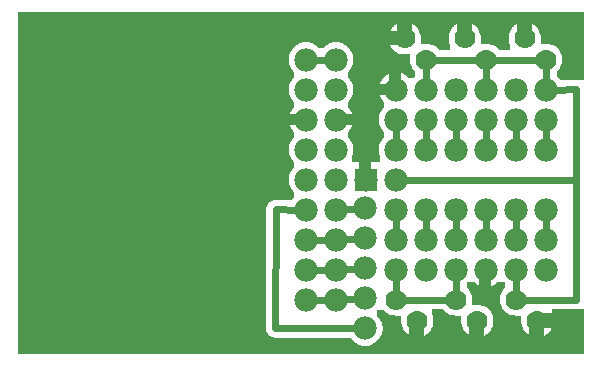
<source format=gtl>
G04 MADE WITH FRITZING*
G04 WWW.FRITZING.ORG*
G04 DOUBLE SIDED*
G04 HOLES PLATED*
G04 CONTOUR ON CENTER OF CONTOUR VECTOR*
%ASAXBY*%
%FSLAX23Y23*%
%MOIN*%
%OFA0B0*%
%SFA1.0B1.0*%
%ADD10C,0.075000*%
%ADD11C,0.078000*%
%ADD12C,0.070000*%
%ADD13R,0.078000X0.078000*%
%ADD14C,0.024000*%
%LNCOPPER1*%
G90*
G70*
G54D10*
X1846Y1111D03*
G54D11*
X1200Y620D03*
X1300Y620D03*
X1800Y420D03*
X1700Y420D03*
X1600Y420D03*
X1500Y420D03*
X1400Y420D03*
X1300Y420D03*
X1800Y420D03*
X1700Y420D03*
X1600Y420D03*
X1500Y420D03*
X1400Y420D03*
X1300Y420D03*
X1300Y320D03*
X1400Y320D03*
X1500Y320D03*
X1600Y320D03*
X1700Y320D03*
X1800Y320D03*
X1300Y820D03*
X1400Y820D03*
X1500Y820D03*
X1600Y820D03*
X1700Y820D03*
X1800Y820D03*
X1300Y820D03*
X1400Y820D03*
X1500Y820D03*
X1600Y820D03*
X1700Y820D03*
X1800Y820D03*
X1800Y920D03*
X1700Y920D03*
X1600Y920D03*
X1500Y920D03*
X1400Y920D03*
X1300Y920D03*
G54D12*
X1700Y220D03*
X1771Y149D03*
X1500Y220D03*
X1571Y149D03*
X1300Y220D03*
X1371Y149D03*
X1800Y1020D03*
X1729Y1091D03*
X1600Y1020D03*
X1529Y1091D03*
X1400Y1020D03*
X1329Y1091D03*
G54D11*
X1800Y520D03*
X1700Y520D03*
X1600Y520D03*
X1500Y520D03*
X1400Y520D03*
X1300Y520D03*
X1300Y720D03*
X1400Y720D03*
X1500Y720D03*
X1600Y720D03*
X1700Y720D03*
X1800Y720D03*
X1000Y1020D03*
X1000Y920D03*
X1000Y820D03*
X1000Y720D03*
X1000Y620D03*
X1000Y520D03*
X1000Y420D03*
X1000Y320D03*
X1000Y220D03*
X1100Y1020D03*
X1100Y920D03*
X1100Y820D03*
X1100Y720D03*
X1100Y620D03*
X1100Y520D03*
X1100Y420D03*
X1100Y320D03*
X1100Y220D03*
X1197Y124D03*
X1197Y224D03*
X1197Y324D03*
X1197Y424D03*
X1197Y524D03*
G54D13*
X1200Y620D03*
G54D14*
X1300Y750D02*
X1300Y790D01*
D02*
X1900Y619D02*
X1330Y620D01*
D02*
X1900Y619D02*
X1900Y921D01*
D02*
X1900Y219D02*
X1900Y619D01*
D02*
X1700Y450D02*
X1700Y490D01*
D02*
X1600Y450D02*
X1600Y490D01*
D02*
X1500Y450D02*
X1500Y490D01*
D02*
X1400Y450D02*
X1400Y490D01*
D02*
X1300Y450D02*
X1300Y490D01*
D02*
X1800Y750D02*
X1800Y790D01*
D02*
X1700Y750D02*
X1700Y790D01*
D02*
X1600Y750D02*
X1600Y790D01*
D02*
X1500Y750D02*
X1500Y790D01*
D02*
X1400Y750D02*
X1400Y790D01*
D02*
X1600Y950D02*
X1600Y994D01*
D02*
X1400Y950D02*
X1400Y994D01*
D02*
X1574Y1020D02*
X1426Y1020D01*
D02*
X1774Y1020D02*
X1626Y1020D01*
D02*
X1800Y450D02*
X1800Y490D01*
D02*
X1900Y921D02*
X1830Y920D01*
D02*
X1474Y220D02*
X1326Y220D01*
D02*
X1300Y290D02*
X1300Y246D01*
D02*
X1500Y290D02*
X1500Y246D01*
D02*
X1700Y290D02*
X1700Y246D01*
D02*
X1900Y219D02*
X1726Y220D01*
D02*
X1800Y950D02*
X1800Y994D01*
D02*
X1167Y423D02*
X1130Y421D01*
D02*
X1167Y523D02*
X1130Y521D01*
D02*
X1030Y1020D02*
X1070Y1020D01*
D02*
X899Y521D02*
X898Y125D01*
D02*
X898Y125D02*
X1167Y124D01*
D02*
X970Y520D02*
X899Y521D01*
D02*
X1070Y420D02*
X1030Y420D01*
D02*
X1070Y320D02*
X1030Y320D01*
D02*
X1070Y220D02*
X1030Y220D01*
D02*
X1167Y223D02*
X1130Y221D01*
D02*
X1167Y323D02*
X1130Y321D01*
G36*
X40Y1180D02*
X40Y1144D01*
X1736Y1144D01*
X1736Y1142D01*
X1748Y1142D01*
X1748Y1140D01*
X1754Y1140D01*
X1754Y1138D01*
X1758Y1138D01*
X1758Y1136D01*
X1762Y1136D01*
X1762Y1134D01*
X1764Y1134D01*
X1764Y1132D01*
X1766Y1132D01*
X1766Y1130D01*
X1768Y1130D01*
X1768Y1128D01*
X1770Y1128D01*
X1770Y1126D01*
X1772Y1126D01*
X1772Y1124D01*
X1774Y1124D01*
X1774Y1120D01*
X1776Y1120D01*
X1776Y1116D01*
X1778Y1116D01*
X1778Y1110D01*
X1780Y1110D01*
X1780Y1102D01*
X1782Y1102D01*
X1782Y1072D01*
X1814Y1072D01*
X1814Y1070D01*
X1822Y1070D01*
X1822Y1068D01*
X1826Y1068D01*
X1826Y1066D01*
X1830Y1066D01*
X1830Y1064D01*
X1834Y1064D01*
X1834Y1062D01*
X1836Y1062D01*
X1836Y1060D01*
X1838Y1060D01*
X1838Y1058D01*
X1840Y1058D01*
X1840Y1056D01*
X1842Y1056D01*
X1842Y1054D01*
X1844Y1054D01*
X1844Y1050D01*
X1846Y1050D01*
X1846Y1046D01*
X1848Y1046D01*
X1848Y1042D01*
X1850Y1042D01*
X1850Y1036D01*
X1852Y1036D01*
X1852Y1004D01*
X1850Y1004D01*
X1850Y998D01*
X1848Y998D01*
X1848Y992D01*
X1846Y992D01*
X1846Y988D01*
X1844Y988D01*
X1844Y986D01*
X1842Y986D01*
X1842Y984D01*
X1840Y984D01*
X1840Y982D01*
X1838Y982D01*
X1838Y962D01*
X1840Y962D01*
X1840Y960D01*
X1842Y960D01*
X1842Y956D01*
X1844Y956D01*
X1844Y954D01*
X1846Y954D01*
X1846Y952D01*
X1928Y952D01*
X1928Y1180D01*
X40Y1180D01*
G37*
D02*
G36*
X40Y1144D02*
X40Y1078D01*
X1112Y1078D01*
X1112Y1076D01*
X1118Y1076D01*
X1118Y1074D01*
X1122Y1074D01*
X1122Y1072D01*
X1126Y1072D01*
X1126Y1070D01*
X1130Y1070D01*
X1130Y1068D01*
X1132Y1068D01*
X1132Y1066D01*
X1134Y1066D01*
X1134Y1064D01*
X1136Y1064D01*
X1136Y1062D01*
X1140Y1062D01*
X1140Y1060D01*
X1142Y1060D01*
X1142Y1056D01*
X1144Y1056D01*
X1144Y1054D01*
X1146Y1054D01*
X1146Y1052D01*
X1148Y1052D01*
X1148Y1050D01*
X1150Y1050D01*
X1150Y1046D01*
X1152Y1046D01*
X1152Y1042D01*
X1154Y1042D01*
X1154Y1038D01*
X1156Y1038D01*
X1156Y1032D01*
X1158Y1032D01*
X1158Y1006D01*
X1156Y1006D01*
X1156Y1002D01*
X1154Y1002D01*
X1154Y998D01*
X1152Y998D01*
X1152Y994D01*
X1150Y994D01*
X1150Y990D01*
X1148Y990D01*
X1148Y988D01*
X1146Y988D01*
X1146Y986D01*
X1144Y986D01*
X1144Y982D01*
X1142Y982D01*
X1142Y980D01*
X1140Y980D01*
X1140Y978D01*
X1312Y978D01*
X1312Y976D01*
X1318Y976D01*
X1318Y974D01*
X1322Y974D01*
X1322Y972D01*
X1326Y972D01*
X1326Y970D01*
X1330Y970D01*
X1330Y968D01*
X1332Y968D01*
X1332Y966D01*
X1334Y966D01*
X1334Y964D01*
X1336Y964D01*
X1336Y962D01*
X1340Y962D01*
X1340Y960D01*
X1360Y960D01*
X1360Y962D01*
X1362Y962D01*
X1362Y982D01*
X1360Y982D01*
X1360Y984D01*
X1358Y984D01*
X1358Y986D01*
X1356Y986D01*
X1356Y988D01*
X1354Y988D01*
X1354Y992D01*
X1352Y992D01*
X1352Y998D01*
X1350Y998D01*
X1350Y1004D01*
X1348Y1004D01*
X1348Y1038D01*
X1316Y1038D01*
X1316Y1040D01*
X1308Y1040D01*
X1308Y1042D01*
X1304Y1042D01*
X1304Y1044D01*
X1300Y1044D01*
X1300Y1046D01*
X1296Y1046D01*
X1296Y1048D01*
X1294Y1048D01*
X1294Y1050D01*
X1292Y1050D01*
X1292Y1052D01*
X1290Y1052D01*
X1290Y1054D01*
X1288Y1054D01*
X1288Y1056D01*
X1286Y1056D01*
X1286Y1058D01*
X1284Y1058D01*
X1284Y1062D01*
X1282Y1062D01*
X1282Y1066D01*
X1280Y1066D01*
X1280Y1072D01*
X1278Y1072D01*
X1278Y1082D01*
X1276Y1082D01*
X1276Y1100D01*
X1278Y1100D01*
X1278Y1110D01*
X1280Y1110D01*
X1280Y1116D01*
X1282Y1116D01*
X1282Y1120D01*
X1284Y1120D01*
X1284Y1122D01*
X1286Y1122D01*
X1286Y1126D01*
X1288Y1126D01*
X1288Y1128D01*
X1290Y1128D01*
X1290Y1130D01*
X1292Y1130D01*
X1292Y1132D01*
X1294Y1132D01*
X1294Y1134D01*
X1298Y1134D01*
X1298Y1136D01*
X1300Y1136D01*
X1300Y1138D01*
X1306Y1138D01*
X1306Y1140D01*
X1312Y1140D01*
X1312Y1142D01*
X1322Y1142D01*
X1322Y1144D01*
X40Y1144D01*
G37*
D02*
G36*
X1336Y1144D02*
X1336Y1142D01*
X1348Y1142D01*
X1348Y1140D01*
X1354Y1140D01*
X1354Y1138D01*
X1358Y1138D01*
X1358Y1136D01*
X1362Y1136D01*
X1362Y1134D01*
X1364Y1134D01*
X1364Y1132D01*
X1366Y1132D01*
X1366Y1130D01*
X1368Y1130D01*
X1368Y1128D01*
X1370Y1128D01*
X1370Y1126D01*
X1372Y1126D01*
X1372Y1124D01*
X1374Y1124D01*
X1374Y1120D01*
X1376Y1120D01*
X1376Y1116D01*
X1378Y1116D01*
X1378Y1110D01*
X1380Y1110D01*
X1380Y1102D01*
X1382Y1102D01*
X1382Y1072D01*
X1414Y1072D01*
X1414Y1070D01*
X1422Y1070D01*
X1422Y1068D01*
X1426Y1068D01*
X1426Y1066D01*
X1430Y1066D01*
X1430Y1064D01*
X1434Y1064D01*
X1434Y1062D01*
X1436Y1062D01*
X1436Y1060D01*
X1438Y1060D01*
X1438Y1058D01*
X1440Y1058D01*
X1440Y1056D01*
X1442Y1056D01*
X1442Y1054D01*
X1444Y1054D01*
X1444Y1052D01*
X1480Y1052D01*
X1480Y1072D01*
X1478Y1072D01*
X1478Y1082D01*
X1476Y1082D01*
X1476Y1100D01*
X1478Y1100D01*
X1478Y1110D01*
X1480Y1110D01*
X1480Y1116D01*
X1482Y1116D01*
X1482Y1120D01*
X1484Y1120D01*
X1484Y1122D01*
X1486Y1122D01*
X1486Y1126D01*
X1488Y1126D01*
X1488Y1128D01*
X1490Y1128D01*
X1490Y1130D01*
X1492Y1130D01*
X1492Y1132D01*
X1494Y1132D01*
X1494Y1134D01*
X1498Y1134D01*
X1498Y1136D01*
X1500Y1136D01*
X1500Y1138D01*
X1506Y1138D01*
X1506Y1140D01*
X1512Y1140D01*
X1512Y1142D01*
X1522Y1142D01*
X1522Y1144D01*
X1336Y1144D01*
G37*
D02*
G36*
X1536Y1144D02*
X1536Y1142D01*
X1548Y1142D01*
X1548Y1140D01*
X1554Y1140D01*
X1554Y1138D01*
X1558Y1138D01*
X1558Y1136D01*
X1562Y1136D01*
X1562Y1134D01*
X1564Y1134D01*
X1564Y1132D01*
X1566Y1132D01*
X1566Y1130D01*
X1568Y1130D01*
X1568Y1128D01*
X1570Y1128D01*
X1570Y1126D01*
X1572Y1126D01*
X1572Y1124D01*
X1574Y1124D01*
X1574Y1120D01*
X1576Y1120D01*
X1576Y1116D01*
X1578Y1116D01*
X1578Y1110D01*
X1580Y1110D01*
X1580Y1102D01*
X1582Y1102D01*
X1582Y1072D01*
X1614Y1072D01*
X1614Y1070D01*
X1622Y1070D01*
X1622Y1068D01*
X1626Y1068D01*
X1626Y1066D01*
X1630Y1066D01*
X1630Y1064D01*
X1634Y1064D01*
X1634Y1062D01*
X1636Y1062D01*
X1636Y1060D01*
X1638Y1060D01*
X1638Y1058D01*
X1640Y1058D01*
X1640Y1056D01*
X1642Y1056D01*
X1642Y1054D01*
X1644Y1054D01*
X1644Y1052D01*
X1680Y1052D01*
X1680Y1072D01*
X1678Y1072D01*
X1678Y1082D01*
X1676Y1082D01*
X1676Y1100D01*
X1678Y1100D01*
X1678Y1110D01*
X1680Y1110D01*
X1680Y1116D01*
X1682Y1116D01*
X1682Y1120D01*
X1684Y1120D01*
X1684Y1122D01*
X1686Y1122D01*
X1686Y1126D01*
X1688Y1126D01*
X1688Y1128D01*
X1690Y1128D01*
X1690Y1130D01*
X1692Y1130D01*
X1692Y1132D01*
X1694Y1132D01*
X1694Y1134D01*
X1698Y1134D01*
X1698Y1136D01*
X1700Y1136D01*
X1700Y1138D01*
X1706Y1138D01*
X1706Y1140D01*
X1712Y1140D01*
X1712Y1142D01*
X1722Y1142D01*
X1722Y1144D01*
X1536Y1144D01*
G37*
D02*
G36*
X40Y1078D02*
X40Y64D01*
X1190Y64D01*
X1190Y66D01*
X1182Y66D01*
X1182Y68D01*
X1178Y68D01*
X1178Y70D01*
X1174Y70D01*
X1174Y72D01*
X1170Y72D01*
X1170Y74D01*
X1166Y74D01*
X1166Y76D01*
X1164Y76D01*
X1164Y78D01*
X1162Y78D01*
X1162Y80D01*
X1160Y80D01*
X1160Y82D01*
X1158Y82D01*
X1158Y84D01*
X1156Y84D01*
X1156Y86D01*
X1154Y86D01*
X1154Y88D01*
X1152Y88D01*
X1152Y90D01*
X1150Y90D01*
X1150Y92D01*
X892Y92D01*
X892Y94D01*
X886Y94D01*
X886Y96D01*
X882Y96D01*
X882Y98D01*
X878Y98D01*
X878Y100D01*
X876Y100D01*
X876Y102D01*
X874Y102D01*
X874Y104D01*
X872Y104D01*
X872Y108D01*
X870Y108D01*
X870Y112D01*
X868Y112D01*
X868Y116D01*
X866Y116D01*
X866Y418D01*
X868Y418D01*
X868Y530D01*
X870Y530D01*
X870Y536D01*
X872Y536D01*
X872Y538D01*
X874Y538D01*
X874Y542D01*
X876Y542D01*
X876Y544D01*
X878Y544D01*
X878Y546D01*
X882Y546D01*
X882Y548D01*
X886Y548D01*
X886Y550D01*
X890Y550D01*
X890Y552D01*
X954Y552D01*
X954Y554D01*
X956Y554D01*
X956Y556D01*
X958Y556D01*
X958Y560D01*
X960Y560D01*
X960Y580D01*
X958Y580D01*
X958Y582D01*
X956Y582D01*
X956Y584D01*
X954Y584D01*
X954Y588D01*
X952Y588D01*
X952Y590D01*
X950Y590D01*
X950Y594D01*
X948Y594D01*
X948Y598D01*
X946Y598D01*
X946Y602D01*
X944Y602D01*
X944Y606D01*
X942Y606D01*
X942Y632D01*
X944Y632D01*
X944Y638D01*
X946Y638D01*
X946Y642D01*
X948Y642D01*
X948Y646D01*
X950Y646D01*
X950Y650D01*
X952Y650D01*
X952Y652D01*
X954Y652D01*
X954Y654D01*
X956Y654D01*
X956Y656D01*
X958Y656D01*
X958Y660D01*
X960Y660D01*
X960Y680D01*
X958Y680D01*
X958Y682D01*
X956Y682D01*
X956Y684D01*
X954Y684D01*
X954Y688D01*
X952Y688D01*
X952Y690D01*
X950Y690D01*
X950Y694D01*
X948Y694D01*
X948Y698D01*
X946Y698D01*
X946Y702D01*
X944Y702D01*
X944Y706D01*
X942Y706D01*
X942Y732D01*
X944Y732D01*
X944Y738D01*
X946Y738D01*
X946Y742D01*
X948Y742D01*
X948Y746D01*
X950Y746D01*
X950Y750D01*
X952Y750D01*
X952Y752D01*
X954Y752D01*
X954Y754D01*
X956Y754D01*
X956Y756D01*
X958Y756D01*
X958Y760D01*
X960Y760D01*
X960Y780D01*
X958Y780D01*
X958Y782D01*
X956Y782D01*
X956Y784D01*
X954Y784D01*
X954Y788D01*
X952Y788D01*
X952Y790D01*
X950Y790D01*
X950Y794D01*
X948Y794D01*
X948Y798D01*
X946Y798D01*
X946Y802D01*
X944Y802D01*
X944Y806D01*
X942Y806D01*
X942Y832D01*
X944Y832D01*
X944Y838D01*
X946Y838D01*
X946Y842D01*
X948Y842D01*
X948Y846D01*
X950Y846D01*
X950Y850D01*
X952Y850D01*
X952Y852D01*
X954Y852D01*
X954Y854D01*
X956Y854D01*
X956Y856D01*
X958Y856D01*
X958Y860D01*
X960Y860D01*
X960Y880D01*
X958Y880D01*
X958Y882D01*
X956Y882D01*
X956Y884D01*
X954Y884D01*
X954Y888D01*
X952Y888D01*
X952Y890D01*
X950Y890D01*
X950Y894D01*
X948Y894D01*
X948Y898D01*
X946Y898D01*
X946Y902D01*
X944Y902D01*
X944Y906D01*
X942Y906D01*
X942Y932D01*
X944Y932D01*
X944Y938D01*
X946Y938D01*
X946Y942D01*
X948Y942D01*
X948Y946D01*
X950Y946D01*
X950Y950D01*
X952Y950D01*
X952Y952D01*
X954Y952D01*
X954Y954D01*
X956Y954D01*
X956Y956D01*
X958Y956D01*
X958Y960D01*
X960Y960D01*
X960Y980D01*
X958Y980D01*
X958Y982D01*
X956Y982D01*
X956Y984D01*
X954Y984D01*
X954Y988D01*
X952Y988D01*
X952Y990D01*
X950Y990D01*
X950Y994D01*
X948Y994D01*
X948Y998D01*
X946Y998D01*
X946Y1002D01*
X944Y1002D01*
X944Y1006D01*
X942Y1006D01*
X942Y1032D01*
X944Y1032D01*
X944Y1038D01*
X946Y1038D01*
X946Y1042D01*
X948Y1042D01*
X948Y1046D01*
X950Y1046D01*
X950Y1050D01*
X952Y1050D01*
X952Y1052D01*
X954Y1052D01*
X954Y1054D01*
X956Y1054D01*
X956Y1056D01*
X958Y1056D01*
X958Y1060D01*
X960Y1060D01*
X960Y1062D01*
X964Y1062D01*
X964Y1064D01*
X966Y1064D01*
X966Y1066D01*
X968Y1066D01*
X968Y1068D01*
X970Y1068D01*
X970Y1070D01*
X974Y1070D01*
X974Y1072D01*
X978Y1072D01*
X978Y1074D01*
X982Y1074D01*
X982Y1076D01*
X988Y1076D01*
X988Y1078D01*
X40Y1078D01*
G37*
D02*
G36*
X1012Y1078D02*
X1012Y1076D01*
X1018Y1076D01*
X1018Y1074D01*
X1022Y1074D01*
X1022Y1072D01*
X1026Y1072D01*
X1026Y1070D01*
X1030Y1070D01*
X1030Y1068D01*
X1032Y1068D01*
X1032Y1066D01*
X1034Y1066D01*
X1034Y1064D01*
X1036Y1064D01*
X1036Y1062D01*
X1040Y1062D01*
X1040Y1060D01*
X1060Y1060D01*
X1060Y1062D01*
X1064Y1062D01*
X1064Y1064D01*
X1066Y1064D01*
X1066Y1066D01*
X1068Y1066D01*
X1068Y1068D01*
X1070Y1068D01*
X1070Y1070D01*
X1074Y1070D01*
X1074Y1072D01*
X1078Y1072D01*
X1078Y1074D01*
X1082Y1074D01*
X1082Y1076D01*
X1088Y1076D01*
X1088Y1078D01*
X1012Y1078D01*
G37*
D02*
G36*
X1140Y978D02*
X1140Y960D01*
X1142Y960D01*
X1142Y956D01*
X1144Y956D01*
X1144Y954D01*
X1146Y954D01*
X1146Y952D01*
X1148Y952D01*
X1148Y950D01*
X1150Y950D01*
X1150Y946D01*
X1152Y946D01*
X1152Y942D01*
X1154Y942D01*
X1154Y938D01*
X1156Y938D01*
X1156Y932D01*
X1158Y932D01*
X1158Y906D01*
X1156Y906D01*
X1156Y902D01*
X1154Y902D01*
X1154Y898D01*
X1152Y898D01*
X1152Y894D01*
X1150Y894D01*
X1150Y890D01*
X1148Y890D01*
X1148Y888D01*
X1146Y888D01*
X1146Y886D01*
X1144Y886D01*
X1144Y882D01*
X1142Y882D01*
X1142Y880D01*
X1140Y880D01*
X1140Y860D01*
X1142Y860D01*
X1142Y856D01*
X1144Y856D01*
X1144Y854D01*
X1146Y854D01*
X1146Y852D01*
X1148Y852D01*
X1148Y850D01*
X1150Y850D01*
X1150Y846D01*
X1152Y846D01*
X1152Y842D01*
X1154Y842D01*
X1154Y838D01*
X1156Y838D01*
X1156Y832D01*
X1158Y832D01*
X1158Y806D01*
X1156Y806D01*
X1156Y802D01*
X1154Y802D01*
X1154Y798D01*
X1152Y798D01*
X1152Y794D01*
X1150Y794D01*
X1150Y790D01*
X1148Y790D01*
X1148Y788D01*
X1146Y788D01*
X1146Y786D01*
X1144Y786D01*
X1144Y782D01*
X1142Y782D01*
X1142Y780D01*
X1140Y780D01*
X1140Y760D01*
X1142Y760D01*
X1142Y756D01*
X1144Y756D01*
X1144Y754D01*
X1146Y754D01*
X1146Y752D01*
X1148Y752D01*
X1148Y750D01*
X1150Y750D01*
X1150Y746D01*
X1152Y746D01*
X1152Y742D01*
X1154Y742D01*
X1154Y738D01*
X1156Y738D01*
X1156Y732D01*
X1158Y732D01*
X1158Y706D01*
X1156Y706D01*
X1156Y702D01*
X1154Y702D01*
X1154Y698D01*
X1152Y698D01*
X1152Y678D01*
X1248Y678D01*
X1248Y698D01*
X1246Y698D01*
X1246Y702D01*
X1244Y702D01*
X1244Y706D01*
X1242Y706D01*
X1242Y732D01*
X1244Y732D01*
X1244Y738D01*
X1246Y738D01*
X1246Y742D01*
X1248Y742D01*
X1248Y746D01*
X1250Y746D01*
X1250Y750D01*
X1252Y750D01*
X1252Y752D01*
X1254Y752D01*
X1254Y754D01*
X1256Y754D01*
X1256Y756D01*
X1258Y756D01*
X1258Y760D01*
X1260Y760D01*
X1260Y780D01*
X1258Y780D01*
X1258Y782D01*
X1256Y782D01*
X1256Y784D01*
X1254Y784D01*
X1254Y788D01*
X1252Y788D01*
X1252Y790D01*
X1250Y790D01*
X1250Y794D01*
X1248Y794D01*
X1248Y798D01*
X1246Y798D01*
X1246Y802D01*
X1244Y802D01*
X1244Y806D01*
X1242Y806D01*
X1242Y832D01*
X1244Y832D01*
X1244Y838D01*
X1246Y838D01*
X1246Y842D01*
X1248Y842D01*
X1248Y846D01*
X1250Y846D01*
X1250Y850D01*
X1252Y850D01*
X1252Y852D01*
X1254Y852D01*
X1254Y854D01*
X1256Y854D01*
X1256Y856D01*
X1258Y856D01*
X1258Y860D01*
X1260Y860D01*
X1260Y880D01*
X1258Y880D01*
X1258Y882D01*
X1256Y882D01*
X1256Y884D01*
X1254Y884D01*
X1254Y888D01*
X1252Y888D01*
X1252Y890D01*
X1250Y890D01*
X1250Y894D01*
X1248Y894D01*
X1248Y898D01*
X1246Y898D01*
X1246Y902D01*
X1244Y902D01*
X1244Y906D01*
X1242Y906D01*
X1242Y932D01*
X1244Y932D01*
X1244Y938D01*
X1246Y938D01*
X1246Y942D01*
X1248Y942D01*
X1248Y946D01*
X1250Y946D01*
X1250Y950D01*
X1252Y950D01*
X1252Y952D01*
X1254Y952D01*
X1254Y954D01*
X1256Y954D01*
X1256Y956D01*
X1258Y956D01*
X1258Y960D01*
X1260Y960D01*
X1260Y962D01*
X1264Y962D01*
X1264Y964D01*
X1266Y964D01*
X1266Y966D01*
X1268Y966D01*
X1268Y968D01*
X1270Y968D01*
X1270Y970D01*
X1274Y970D01*
X1274Y972D01*
X1278Y972D01*
X1278Y974D01*
X1282Y974D01*
X1282Y976D01*
X1288Y976D01*
X1288Y978D01*
X1140Y978D01*
G37*
D02*
G36*
X1540Y280D02*
X1540Y278D01*
X1538Y278D01*
X1538Y260D01*
X1596Y260D01*
X1596Y262D01*
X1586Y262D01*
X1586Y264D01*
X1582Y264D01*
X1582Y266D01*
X1576Y266D01*
X1576Y268D01*
X1574Y268D01*
X1574Y270D01*
X1570Y270D01*
X1570Y272D01*
X1568Y272D01*
X1568Y274D01*
X1564Y274D01*
X1564Y276D01*
X1562Y276D01*
X1562Y278D01*
X1560Y278D01*
X1560Y280D01*
X1540Y280D01*
G37*
D02*
G36*
X1640Y280D02*
X1640Y278D01*
X1638Y278D01*
X1638Y276D01*
X1636Y276D01*
X1636Y274D01*
X1632Y274D01*
X1632Y272D01*
X1630Y272D01*
X1630Y270D01*
X1626Y270D01*
X1626Y268D01*
X1624Y268D01*
X1624Y266D01*
X1618Y266D01*
X1618Y264D01*
X1614Y264D01*
X1614Y262D01*
X1604Y262D01*
X1604Y260D01*
X1662Y260D01*
X1662Y278D01*
X1660Y278D01*
X1660Y280D01*
X1640Y280D01*
G37*
D02*
G36*
X1538Y260D02*
X1538Y258D01*
X1662Y258D01*
X1662Y260D01*
X1538Y260D01*
G37*
D02*
G36*
X1538Y260D02*
X1538Y258D01*
X1662Y258D01*
X1662Y260D01*
X1538Y260D01*
G37*
D02*
G36*
X1540Y258D02*
X1540Y256D01*
X1542Y256D01*
X1542Y254D01*
X1544Y254D01*
X1544Y250D01*
X1546Y250D01*
X1546Y246D01*
X1548Y246D01*
X1548Y242D01*
X1550Y242D01*
X1550Y236D01*
X1552Y236D01*
X1552Y202D01*
X1582Y202D01*
X1582Y200D01*
X1590Y200D01*
X1590Y198D01*
X1596Y198D01*
X1596Y196D01*
X1600Y196D01*
X1600Y194D01*
X1604Y194D01*
X1604Y192D01*
X1606Y192D01*
X1606Y190D01*
X1608Y190D01*
X1608Y188D01*
X1610Y188D01*
X1610Y186D01*
X1612Y186D01*
X1612Y184D01*
X1614Y184D01*
X1614Y182D01*
X1616Y182D01*
X1616Y178D01*
X1618Y178D01*
X1618Y174D01*
X1620Y174D01*
X1620Y168D01*
X1622Y168D01*
X1622Y158D01*
X1624Y158D01*
X1624Y140D01*
X1622Y140D01*
X1622Y130D01*
X1620Y130D01*
X1620Y124D01*
X1618Y124D01*
X1618Y120D01*
X1616Y120D01*
X1616Y116D01*
X1614Y116D01*
X1614Y114D01*
X1612Y114D01*
X1612Y112D01*
X1610Y112D01*
X1610Y110D01*
X1608Y110D01*
X1608Y108D01*
X1606Y108D01*
X1606Y106D01*
X1604Y106D01*
X1604Y104D01*
X1600Y104D01*
X1600Y102D01*
X1596Y102D01*
X1596Y100D01*
X1590Y100D01*
X1590Y98D01*
X1582Y98D01*
X1582Y96D01*
X1760Y96D01*
X1760Y98D01*
X1752Y98D01*
X1752Y100D01*
X1746Y100D01*
X1746Y102D01*
X1742Y102D01*
X1742Y104D01*
X1738Y104D01*
X1738Y106D01*
X1736Y106D01*
X1736Y108D01*
X1734Y108D01*
X1734Y110D01*
X1732Y110D01*
X1732Y112D01*
X1730Y112D01*
X1730Y114D01*
X1728Y114D01*
X1728Y116D01*
X1726Y116D01*
X1726Y120D01*
X1724Y120D01*
X1724Y124D01*
X1722Y124D01*
X1722Y128D01*
X1720Y128D01*
X1720Y138D01*
X1718Y138D01*
X1718Y166D01*
X1698Y166D01*
X1698Y168D01*
X1684Y168D01*
X1684Y170D01*
X1678Y170D01*
X1678Y172D01*
X1672Y172D01*
X1672Y174D01*
X1668Y174D01*
X1668Y176D01*
X1666Y176D01*
X1666Y178D01*
X1664Y178D01*
X1664Y180D01*
X1662Y180D01*
X1662Y182D01*
X1660Y182D01*
X1660Y184D01*
X1658Y184D01*
X1658Y186D01*
X1656Y186D01*
X1656Y188D01*
X1654Y188D01*
X1654Y192D01*
X1652Y192D01*
X1652Y198D01*
X1650Y198D01*
X1650Y204D01*
X1648Y204D01*
X1648Y236D01*
X1650Y236D01*
X1650Y242D01*
X1652Y242D01*
X1652Y248D01*
X1654Y248D01*
X1654Y250D01*
X1656Y250D01*
X1656Y254D01*
X1658Y254D01*
X1658Y256D01*
X1660Y256D01*
X1660Y258D01*
X1540Y258D01*
G37*
D02*
G36*
X1420Y188D02*
X1420Y168D01*
X1422Y168D01*
X1422Y158D01*
X1424Y158D01*
X1424Y140D01*
X1422Y140D01*
X1422Y130D01*
X1420Y130D01*
X1420Y124D01*
X1418Y124D01*
X1418Y120D01*
X1416Y120D01*
X1416Y116D01*
X1414Y116D01*
X1414Y114D01*
X1412Y114D01*
X1412Y112D01*
X1410Y112D01*
X1410Y110D01*
X1408Y110D01*
X1408Y108D01*
X1406Y108D01*
X1406Y106D01*
X1404Y106D01*
X1404Y104D01*
X1400Y104D01*
X1400Y102D01*
X1396Y102D01*
X1396Y100D01*
X1390Y100D01*
X1390Y98D01*
X1382Y98D01*
X1382Y96D01*
X1560Y96D01*
X1560Y98D01*
X1552Y98D01*
X1552Y100D01*
X1546Y100D01*
X1546Y102D01*
X1542Y102D01*
X1542Y104D01*
X1538Y104D01*
X1538Y106D01*
X1536Y106D01*
X1536Y108D01*
X1534Y108D01*
X1534Y110D01*
X1532Y110D01*
X1532Y112D01*
X1530Y112D01*
X1530Y114D01*
X1528Y114D01*
X1528Y116D01*
X1526Y116D01*
X1526Y120D01*
X1524Y120D01*
X1524Y124D01*
X1522Y124D01*
X1522Y128D01*
X1520Y128D01*
X1520Y138D01*
X1518Y138D01*
X1518Y166D01*
X1498Y166D01*
X1498Y168D01*
X1484Y168D01*
X1484Y170D01*
X1478Y170D01*
X1478Y172D01*
X1472Y172D01*
X1472Y174D01*
X1468Y174D01*
X1468Y176D01*
X1466Y176D01*
X1466Y178D01*
X1464Y178D01*
X1464Y180D01*
X1462Y180D01*
X1462Y182D01*
X1460Y182D01*
X1460Y184D01*
X1458Y184D01*
X1458Y186D01*
X1456Y186D01*
X1456Y188D01*
X1420Y188D01*
G37*
D02*
G36*
X1820Y188D02*
X1820Y168D01*
X1822Y168D01*
X1822Y158D01*
X1824Y158D01*
X1824Y140D01*
X1822Y140D01*
X1822Y130D01*
X1820Y130D01*
X1820Y124D01*
X1818Y124D01*
X1818Y120D01*
X1816Y120D01*
X1816Y116D01*
X1814Y116D01*
X1814Y114D01*
X1812Y114D01*
X1812Y112D01*
X1810Y112D01*
X1810Y110D01*
X1808Y110D01*
X1808Y108D01*
X1806Y108D01*
X1806Y106D01*
X1804Y106D01*
X1804Y104D01*
X1800Y104D01*
X1800Y102D01*
X1796Y102D01*
X1796Y100D01*
X1790Y100D01*
X1790Y98D01*
X1782Y98D01*
X1782Y96D01*
X1928Y96D01*
X1928Y188D01*
X1820Y188D01*
G37*
D02*
G36*
X1238Y186D02*
X1238Y184D01*
X1236Y184D01*
X1236Y164D01*
X1238Y164D01*
X1238Y162D01*
X1240Y162D01*
X1240Y160D01*
X1242Y160D01*
X1242Y158D01*
X1244Y158D01*
X1244Y154D01*
X1246Y154D01*
X1246Y152D01*
X1248Y152D01*
X1248Y148D01*
X1250Y148D01*
X1250Y144D01*
X1252Y144D01*
X1252Y140D01*
X1254Y140D01*
X1254Y132D01*
X1256Y132D01*
X1256Y114D01*
X1254Y114D01*
X1254Y108D01*
X1252Y108D01*
X1252Y102D01*
X1250Y102D01*
X1250Y98D01*
X1248Y98D01*
X1248Y96D01*
X1360Y96D01*
X1360Y98D01*
X1352Y98D01*
X1352Y100D01*
X1346Y100D01*
X1346Y102D01*
X1342Y102D01*
X1342Y104D01*
X1338Y104D01*
X1338Y106D01*
X1336Y106D01*
X1336Y108D01*
X1334Y108D01*
X1334Y110D01*
X1332Y110D01*
X1332Y112D01*
X1330Y112D01*
X1330Y114D01*
X1328Y114D01*
X1328Y116D01*
X1326Y116D01*
X1326Y120D01*
X1324Y120D01*
X1324Y124D01*
X1322Y124D01*
X1322Y128D01*
X1320Y128D01*
X1320Y138D01*
X1318Y138D01*
X1318Y166D01*
X1298Y166D01*
X1298Y168D01*
X1284Y168D01*
X1284Y170D01*
X1278Y170D01*
X1278Y172D01*
X1272Y172D01*
X1272Y174D01*
X1268Y174D01*
X1268Y176D01*
X1266Y176D01*
X1266Y178D01*
X1264Y178D01*
X1264Y180D01*
X1262Y180D01*
X1262Y182D01*
X1260Y182D01*
X1260Y184D01*
X1258Y184D01*
X1258Y186D01*
X1238Y186D01*
G37*
D02*
G36*
X1246Y96D02*
X1246Y94D01*
X1928Y94D01*
X1928Y96D01*
X1246Y96D01*
G37*
D02*
G36*
X1246Y96D02*
X1246Y94D01*
X1928Y94D01*
X1928Y96D01*
X1246Y96D01*
G37*
D02*
G36*
X1246Y96D02*
X1246Y94D01*
X1928Y94D01*
X1928Y96D01*
X1246Y96D01*
G37*
D02*
G36*
X1246Y96D02*
X1246Y94D01*
X1928Y94D01*
X1928Y96D01*
X1246Y96D01*
G37*
D02*
G36*
X1246Y94D02*
X1246Y92D01*
X1244Y92D01*
X1244Y90D01*
X1242Y90D01*
X1242Y88D01*
X1240Y88D01*
X1240Y86D01*
X1238Y86D01*
X1238Y84D01*
X1236Y84D01*
X1236Y82D01*
X1234Y82D01*
X1234Y80D01*
X1232Y80D01*
X1232Y78D01*
X1230Y78D01*
X1230Y76D01*
X1228Y76D01*
X1228Y74D01*
X1224Y74D01*
X1224Y72D01*
X1220Y72D01*
X1220Y70D01*
X1216Y70D01*
X1216Y68D01*
X1212Y68D01*
X1212Y66D01*
X1204Y66D01*
X1204Y64D01*
X1928Y64D01*
X1928Y94D01*
X1246Y94D01*
G37*
D02*
G36*
X40Y64D02*
X40Y62D01*
X1928Y62D01*
X1928Y64D01*
X40Y64D01*
G37*
D02*
G36*
X40Y64D02*
X40Y62D01*
X1928Y62D01*
X1928Y64D01*
X40Y64D01*
G37*
D02*
G36*
X40Y62D02*
X40Y40D01*
X1928Y40D01*
X1928Y62D01*
X40Y62D01*
G37*
D02*
G36*
X1303Y1148D02*
X1352Y1148D01*
X1352Y1108D01*
X1303Y1108D01*
X1303Y1148D01*
G37*
D02*
G36*
X1272Y1117D02*
X1312Y1117D01*
X1312Y1068D01*
X1272Y1068D01*
X1272Y1117D01*
G37*
D02*
G36*
X1278Y982D02*
X1317Y982D01*
X1317Y940D01*
X1278Y940D01*
X1278Y982D01*
G37*
D02*
G36*
X1238Y940D02*
X1278Y940D01*
X1278Y901D01*
X1238Y901D01*
X1238Y940D01*
G37*
D02*
G36*
X1503Y1148D02*
X1552Y1148D01*
X1552Y1108D01*
X1503Y1108D01*
X1503Y1148D01*
G37*
D02*
G36*
X1703Y1148D02*
X1752Y1148D01*
X1752Y1108D01*
X1703Y1108D01*
X1703Y1148D01*
G37*
D02*
G36*
X1116Y840D02*
X1158Y840D01*
X1158Y801D01*
X1116Y801D01*
X1116Y840D01*
G37*
D02*
G36*
X1178Y682D02*
X1217Y682D01*
X1217Y640D01*
X1178Y640D01*
X1178Y682D01*
G37*
D02*
G36*
X938Y840D02*
X978Y840D01*
X978Y801D01*
X938Y801D01*
X938Y840D01*
G37*
D02*
G36*
X1745Y136D02*
X1794Y136D01*
X1794Y96D01*
X1745Y96D01*
X1745Y136D01*
G37*
D02*
G36*
X1784Y175D02*
X1824Y175D01*
X1824Y126D01*
X1784Y126D01*
X1784Y175D01*
G37*
D02*
G36*
X1545Y136D02*
X1594Y136D01*
X1594Y96D01*
X1545Y96D01*
X1545Y136D01*
G37*
D02*
G36*
X1578Y304D02*
X1617Y304D01*
X1617Y260D01*
X1578Y260D01*
X1578Y304D01*
G37*
D02*
G36*
X1345Y136D02*
X1394Y136D01*
X1394Y96D01*
X1345Y96D01*
X1345Y136D01*
G37*
D02*
G04 End of Copper1*
M02*
</source>
